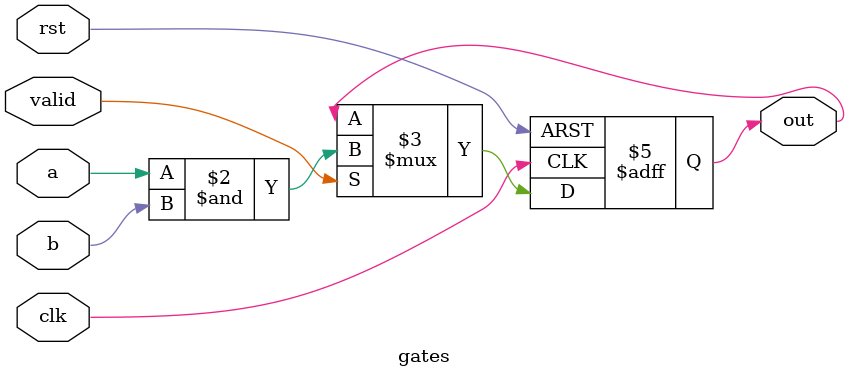
<source format=v>
module gates (
    input clk,
    input rst,
    input a,
    input b,
    input valid,
    output reg out
);
  always @(posedge clk, posedge rst) begin
    if (rst) begin
      out <= 0;
    end else if (valid) begin
      out <= a & b;
    end
  end
endmodule
// vim: set ft=verilog:

</source>
